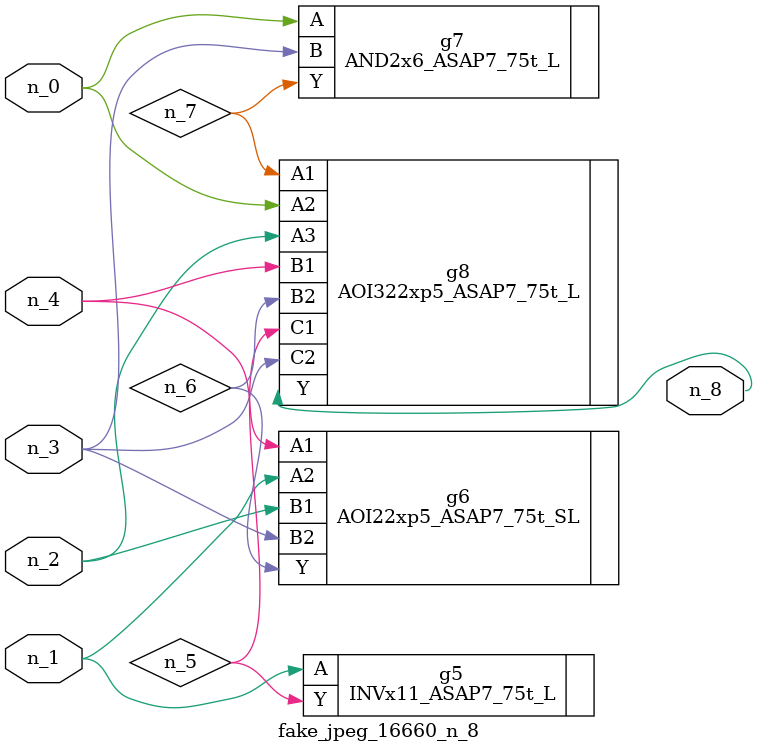
<source format=v>
module fake_jpeg_16660_n_8 (n_3, n_2, n_1, n_0, n_4, n_8);

input n_3;
input n_2;
input n_1;
input n_0;
input n_4;

output n_8;

wire n_6;
wire n_5;
wire n_7;

INVx11_ASAP7_75t_L g5 ( 
.A(n_1),
.Y(n_5)
);

AOI22xp5_ASAP7_75t_SL g6 ( 
.A1(n_4),
.A2(n_1),
.B1(n_2),
.B2(n_3),
.Y(n_6)
);

AND2x6_ASAP7_75t_L g7 ( 
.A(n_0),
.B(n_3),
.Y(n_7)
);

AOI322xp5_ASAP7_75t_L g8 ( 
.A1(n_7),
.A2(n_0),
.A3(n_2),
.B1(n_4),
.B2(n_6),
.C1(n_5),
.C2(n_3),
.Y(n_8)
);


endmodule
</source>
